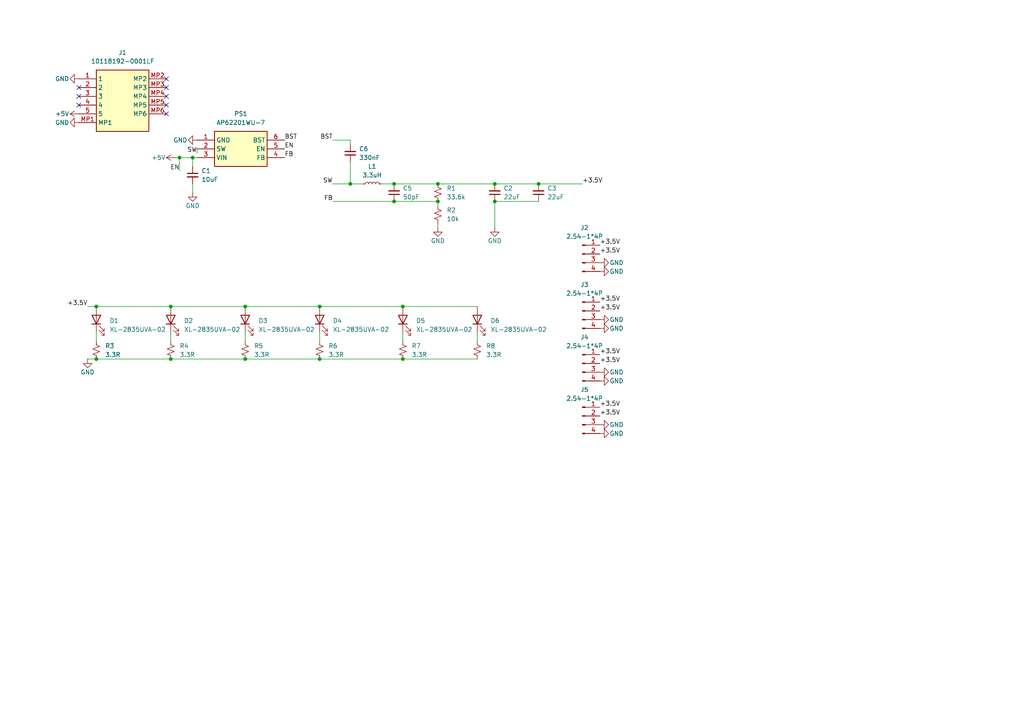
<source format=kicad_sch>
(kicad_sch (version 20231120) (generator "eeschema") (generator_version "8.0")
  (paper "A4")
  (title_block (title "uvcurelight Mainboard") (rev "0"))
  (lib_symbols
    (symbol "Connector:Conn_01x04_Pin" (pin_names (offset 1.016) hide)
      (property "Reference" "J" (at 0 5.08 0))
      (property "Value" "Conn_01x04_Pin" (at 0 -7.62 0))
      (symbol "Conn_01x04_Pin_1_1"
        (polyline (pts (xy 1.27 -5.08) (xy 0.8636 -5.08)) (stroke (width 0.1524)))
        (polyline (pts (xy 1.27 -2.54) (xy 0.8636 -2.54)) (stroke (width 0.1524)))
        (polyline (pts (xy 1.27 0) (xy 0.8636 0)) (stroke (width 0.1524)))
        (polyline (pts (xy 1.27 2.54) (xy 0.8636 2.54)) (stroke (width 0.1524)))
        (rectangle (start 0.8636 -4.953) (end 0 -5.207) (stroke (width 0.1524)) (fill (type outline)))
        (rectangle (start 0.8636 -2.413) (end 0 -2.667) (stroke (width 0.1524)) (fill (type outline)))
        (rectangle (start 0.8636 0.127) (end 0 -0.127) (stroke (width 0.1524)) (fill (type outline)))
        (rectangle (start 0.8636 2.667) (end 0 2.413) (stroke (width 0.1524)) (fill (type outline)))
        (pin passive line (at 5.08 2.54 180) (length 3.81) (name "Pin_1") (number "1"))
        (pin passive line (at 5.08 0 180) (length 3.81) (name "Pin_2") (number "2"))
        (pin passive line (at 5.08 -2.54 180) (length 3.81) (name "Pin_3") (number "3"))
        (pin passive line (at 5.08 -5.08 180) (length 3.81) (name "Pin_4") (number "4"))
      )
    )
    (symbol "Device:C_Small" (pin_numbers hide) (pin_names (offset 0.254) hide)
      (property "Reference" "C" (at 0.254 1.778 0))
      (property "Value" "C_Small" (at 0.254 -2.032 0))
      (symbol "C_Small_0_1"
        (polyline (pts (xy -1.524 -0.508) (xy 1.524 -0.508)) (stroke (width 0.3302)))
        (polyline (pts (xy -1.524 0.508) (xy 1.524 0.508)) (stroke (width 0.3048)))
      )
      (symbol "C_Small_1_1"
        (pin passive line (at 0 2.54 270) (length 2.032) (name "~") (number "1"))
        (pin passive line (at 0 -2.54 90) (length 2.032) (name "~") (number "2"))
      )
    )
    (symbol "Device:LED" (pin_numbers hide) (pin_names (offset 1.016) hide)
      (property "Reference" "D" (at 0 2.54 0))
      (property "Value" "LED" (at 0 -2.54 0))
      (symbol "LED_0_1"
        (polyline (pts (xy -1.27 -1.27) (xy -1.27 1.27)) (stroke (width 0.254)))
        (polyline (pts (xy -1.27 0) (xy 1.27 0)))
        (polyline (pts (xy 1.27 -1.27) (xy 1.27 1.27) (xy -1.27 0) (xy 1.27 -1.27)) (stroke (width 0.254)))
        (polyline (pts (xy -3.048 -0.762) (xy -4.572 -2.286) (xy -3.81 -2.286) (xy -4.572 -2.286) (xy -4.572 -1.524)))
        (polyline (pts (xy -1.778 -0.762) (xy -3.302 -2.286) (xy -2.54 -2.286) (xy -3.302 -2.286) (xy -3.302 -1.524)))
      )
      (symbol "LED_1_1"
        (pin passive line (at -3.81 0 0) (length 2.54) (name "K") (number "1"))
        (pin passive line (at 3.81 0 180) (length 2.54) (name "A") (number "2"))
      )
    )
    (symbol "Device:L_Small" (pin_numbers hide) (pin_names (offset 0.254) hide)
      (property "Reference" "L" (at 0.762 1.016 0))
      (property "Value" "L_Small" (at 0.762 -1.016 0))
      (symbol "L_Small_0_1"
        (arc (start 0 -2.032) (mid 0.5058 -1.524) (end 0 -1.016))
        (arc (start 0 -1.016) (mid 0.5058 -0.508) (end 0 0))
        (arc (start 0 0) (mid 0.5058 0.508) (end 0 1.016))
        (arc (start 0 1.016) (mid 0.5058 1.524) (end 0 2.032))
      )
      (symbol "L_Small_1_1"
        (pin passive line (at 0 2.54 270) (length 0.508) (name "~") (number "1"))
        (pin passive line (at 0 -2.54 90) (length 0.508) (name "~") (number "2"))
      )
    )
    (symbol "Device:R_Small_US" (pin_numbers hide) (pin_names (offset 0.254) hide)
      (property "Reference" "R" (at 0.762 0.508 0))
      (property "Value" "R_Small_US" (at 0.762 -1.016 0))
      (symbol "R_Small_US_1_1"
        (polyline (pts (xy 0 0) (xy 1.016 -0.381) (xy 0 -0.762) (xy -1.016 -1.143) (xy 0 -1.524)))
        (polyline (pts (xy 0 1.524) (xy 1.016 1.143) (xy 0 0.762) (xy -1.016 0.381) (xy 0 0)))
        (pin passive line (at 0 2.54 270) (length 1.016) (name "~") (number "1"))
        (pin passive line (at 0 -2.54 90) (length 1.016) (name "~") (number "2"))
      )
    )
    (symbol "lib:10118192-0001LF"
      (property "Reference" "J" (at 12.954 7.366 0))
      (property "Value" "10118192-0001LF" (at 12.954 4.826 0))
      (symbol "10118192-0001LF_1_1"
        (rectangle (start 5.08 2.54) (end 20.32 -15.24) (stroke (width 0.254)) (fill (type background)))
        (pin passive line (at 0 0 0) (length 5.08) (name "1") (number "1"))
        (pin passive line (at 0 -2.54 0) (length 5.08) (name "2") (number "2"))
        (pin passive line (at 0 -5.08 0) (length 5.08) (name "3") (number "3"))
        (pin passive line (at 0 -7.62 0) (length 5.08) (name "4") (number "4"))
        (pin passive line (at 0 -10.16 0) (length 5.08) (name "5") (number "5"))
        (pin passive line (at 0 -12.7 0) (length 5.08) (name "MP1") (number "MP1"))
        (pin passive line (at 25.4 0 180) (length 5.08) (name "MP2") (number "MP2"))
        (pin passive line (at 25.4 -2.54 180) (length 5.08) (name "MP3") (number "MP3"))
        (pin passive line (at 25.4 -5.08 180) (length 5.08) (name "MP4") (number "MP4"))
        (pin passive line (at 25.4 -7.62 180) (length 5.08) (name "MP5") (number "MP5"))
        (pin passive line (at 25.4 -10.16 180) (length 5.08) (name "MP6") (number "MP6"))
      )
    )
    (symbol "lib:AP62201WU-7"
      (property "Reference" "PS" (at 12.7 6.858 0))
      (property "Value" "AP62201WU-7" (at 12.954 4.572 0))
      (symbol "AP62201WU-7_1_1"
        (rectangle (start 5.08 2.54) (end 20.32 -7.62) (stroke (width 0.254)) (fill (type background)))
        (pin passive line (at 0 0 0) (length 5.08) (name "GND") (number "1"))
        (pin passive line (at 0 -2.54 0) (length 5.08) (name "SW") (number "2"))
        (pin passive line (at 0 -5.08 0) (length 5.08) (name "VIN") (number "3"))
        (pin passive line (at 25.4 -5.08 180) (length 5.08) (name "FB") (number "4"))
        (pin passive line (at 25.4 -2.54 180) (length 5.08) (name "EN") (number "5"))
        (pin passive line (at 25.4 0 180) (length 5.08) (name "BST") (number "6"))
      )
    )
    (symbol "power:+5V" (power) (pin_numbers hide) (pin_names (offset 0) hide)
      (property "Value" "+5V" (at 0 3.556 0))
      (symbol "+5V_0_1"
        (polyline (pts (xy -0.762 1.27) (xy 0 2.54)))
        (polyline (pts (xy 0 0) (xy 0 2.54)))
        (polyline (pts (xy 0 2.54) (xy 0.762 1.27)))
      )
      (symbol "+5V_1_1"
        (pin power_in line (at 0 0 90) (length 0) (name "~") (number "1"))
      )
    )
    (symbol "power:GND" (power) (pin_numbers hide) (pin_names (offset 0) hide)
      (property "Value" "GND" (at 0 -3.81 0))
      (symbol "GND_0_1"
        (polyline (pts (xy 0 0) (xy 0 -1.27) (xy 1.27 -1.27) (xy 0 -2.54) (xy -1.27 -1.27) (xy 0 -1.27)))
      )
      (symbol "GND_1_1"
        (pin power_in line (at 0 0 270) (length 0) (name "~") (number "1"))
      )
    )
  )
  (junction (at 114.3 58.42))
  (junction (at 127 58.42))
  (junction (at 71.12 104.14))
  (junction (at 27.94 104.14))
  (junction (at 49.53 88.9))
  (junction (at 92.71 88.9))
  (junction (at 143.51 53.34))
  (junction (at 92.71 104.14))
  (junction (at 156.21 53.34))
  (junction (at 27.94 88.9))
  (junction (at 114.3 53.34))
  (junction (at 52.07 45.72))
  (junction (at 116.84 88.9))
  (junction (at 71.12 88.9))
  (junction (at 116.84 104.14))
  (junction (at 127 53.34))
  (junction (at 55.88 45.72))
  (junction (at 101.6 53.34))
  (junction (at 143.51 58.42))
  (junction (at 49.53 104.14))
  (no_connect (at 48.26 25.4))
  (no_connect (at 22.86 25.4))
  (no_connect (at 48.26 22.86))
  (no_connect (at 48.26 27.94))
  (no_connect (at 48.26 30.48))
  (no_connect (at 48.26 33.02))
  (no_connect (at 22.86 27.94))
  (no_connect (at 22.86 30.48))
  (wire (pts (xy 71.12 88.9) (xy 92.71 88.9)))
  (wire (pts (xy 116.84 96.52) (xy 116.84 99.06)))
  (wire (pts (xy 143.51 66.04) (xy 143.51 58.42)))
  (wire (pts (xy 92.71 104.14) (xy 116.84 104.14)))
  (wire (pts (xy 52.07 45.72) (xy 52.07 49.53)))
  (wire (pts (xy 49.53 88.9) (xy 71.12 88.9)))
  (wire (pts (xy 143.51 53.34) (xy 156.21 53.34)))
  (wire (pts (xy 114.3 53.34) (xy 127 53.34)))
  (wire (pts (xy 127 66.04) (xy 127 64.77)))
  (wire (pts (xy 127 53.34) (xy 143.51 53.34)))
  (wire (pts (xy 96.52 53.34) (xy 101.6 53.34)))
  (wire (pts (xy 55.88 53.34) (xy 55.88 55.88)))
  (wire (pts (xy 96.52 40.64) (xy 101.6 40.64)))
  (wire (pts (xy 27.94 104.14) (xy 49.53 104.14)))
  (wire (pts (xy 116.84 104.14) (xy 138.43 104.14)))
  (wire (pts (xy 52.07 45.72) (xy 55.88 45.72)))
  (wire (pts (xy 92.71 96.52) (xy 92.71 99.06)))
  (wire (pts (xy 110.49 53.34) (xy 114.3 53.34)))
  (wire (pts (xy 49.53 104.14) (xy 71.12 104.14)))
  (wire (pts (xy 143.51 58.42) (xy 156.21 58.42)))
  (wire (pts (xy 114.3 58.42) (xy 127 58.42)))
  (wire (pts (xy 138.43 96.52) (xy 138.43 99.06)))
  (wire (pts (xy 25.4 104.14) (xy 27.94 104.14)))
  (wire (pts (xy 96.52 58.42) (xy 114.3 58.42)))
  (wire (pts (xy 156.21 53.34) (xy 168.91 53.34)))
  (wire (pts (xy 27.94 96.52) (xy 27.94 99.06)))
  (wire (pts (xy 49.53 96.52) (xy 49.53 99.06)))
  (wire (pts (xy 25.4 88.9) (xy 27.94 88.9)))
  (wire (pts (xy 55.88 45.72) (xy 55.88 48.26)))
  (wire (pts (xy 55.88 45.72) (xy 57.15 45.72)))
  (wire (pts (xy 57.15 44.45) (xy 57.15 43.18)))
  (wire (pts (xy 127 58.42) (xy 127 59.69)))
  (wire (pts (xy 101.6 53.34) (xy 105.41 53.34)))
  (wire (pts (xy 71.12 104.14) (xy 92.71 104.14)))
  (wire (pts (xy 71.12 96.52) (xy 71.12 99.06)))
  (wire (pts (xy 116.84 88.9) (xy 138.43 88.9)))
  (wire (pts (xy 50.8 45.72) (xy 52.07 45.72)))
  (wire (pts (xy 101.6 46.99) (xy 101.6 53.34)))
  (wire (pts (xy 27.94 88.9) (xy 49.53 88.9)))
  (wire (pts (xy 92.71 88.9) (xy 116.84 88.9)))
  (wire (pts (xy 101.6 40.64) (xy 101.6 41.91)))
  (label "+3.5V" (at 25.4 88.9 180))
  (label "EN" (at 52.07 49.53 180))
  (label "+3.5V" (at 173.99 105.41 0))
  (label "+3.5V" (at 173.99 90.17 0))
  (label "+3.5V" (at 173.99 102.87 0))
  (label "+3.5V" (at 168.91 53.34 0))
  (label "FB" (at 96.52 58.42 180))
  (label "BST" (at 82.55 40.64 0))
  (label "+3.5V" (at 173.99 118.11 0))
  (label "EN" (at 82.55 43.18 0))
  (label "+3.5V" (at 173.99 71.12 0))
  (label "FB" (at 82.55 45.72 0))
  (label "SW" (at 96.52 53.34 180))
  (label "+3.5V" (at 173.99 120.65 0))
  (label "SW" (at 57.15 44.45 180))
  (label "+3.5V" (at 173.99 73.66 0))
  (label "BST" (at 96.52 40.64 180))
  (label "+3.5V" (at 173.99 87.63 0))
  (symbol (lib_id "power:GND") (at 173.99 92.71 90) (unit 1)
    (property "Reference" "#PWR02" (effects (hide yes)))
    (property "Value" "GND" (at 176.784 92.71 90) (effects (justify right)))
    (property "Description" "Power symbol creates a global label with name \"GND\" , ground" (effects (hide yes)))
  )
  (symbol (lib_id "power:GND") (at 57.15 40.64 270) (unit 1)
    (property "Reference" "#PWR01" (effects (hide yes)))
    (property "Value" "GND" (at 54.356 40.64 90) (effects (justify right)))
    (property "Description" "Power symbol creates a global label with name \"GND\" , ground" (effects (hide yes)))
  )
  (symbol (lib_id "power:+5V") (at 50.8 45.72 90) (unit 1)
    (property "Reference" "#PWR04" (effects (hide yes)))
    (property "Value" "+5V" (at 48.006 45.72 90) (effects (justify left)))
    (property "Description" "Power symbol creates a global label with name \"+5V\"" (effects (hide yes)))
  )
  (symbol (lib_id "power:GND") (at 143.51 66.04 0) (unit 1)
    (property "Reference" "#PWR07" (effects (hide yes)))
    (property "Value" "GND" (at 145.542 69.85 0) (effects (justify right)))
    (property "Description" "Power symbol creates a global label with name \"GND\" , ground" (effects (hide yes)))
  )
  (symbol (lib_id "Device:R_Small_US") (at 116.84 101.6 0) (unit 1)
    (property "Reference" "R7" (at 119.38 100.3299 0) (effects (justify left)))
    (property "Value" "3.3R" (at 119.38 102.8699 0) (effects (justify left)))
    (property "Footprint" "Resistor_SMD:R_0603_1608Metric" (effects (hide yes)))
    (property "Description" "Resistor, small US symbol" (effects (hide yes)))
  )
  (symbol (lib_id "lib:AP62201WU-7") (at 57.15 40.64 0) (unit 1)
    (property "Reference" "PS1" (at 69.85 33.02 0))
    (property "Value" "AP62201WU-7" (at 69.85 35.56 0))
    (property "Footprint" "lib:SOT95P280X100-6N" (effects (hide yes)))
    (property "Datasheet" "https://www.diodes.com//assets/Datasheets/AP62200_AP62201_AP62200T.pdf" (effects (hide yes)))
    (property "Description" "Switching Voltage Regulators DCDC Conv HV Buck TSOT26(STD) T&R 3K" (effects (hide yes)))
    (property "Height" "1" (effects (hide yes)))
    (property "Mouser Part Number" "621-AP62201WU-7" (effects (hide yes)))
    (property "Mouser Price/Stock" "https://www.mouser.co.uk/ProductDetail/Diodes-Incorporated/AP62201WU-7?qs=yqaQSyyJnNgmmr1hWGUqfg%3D%3D" (effects (hide yes)))
    (property "Manufacturer_Name" "Diodes Incorporated" (effects (hide yes)))
    (property "Manufacturer_Part_Number" "AP62201WU-7" (effects (hide yes)))
  )
  (symbol (lib_id "power:GND") (at 22.86 22.86 270) (unit 1)
    (property "Reference" "#PWR010" (effects (hide yes)))
    (property "Value" "GND" (at 20.066 22.86 90) (effects (justify right)))
    (property "Description" "Power symbol creates a global label with name \"GND\" , ground" (effects (hide yes)))
  )
  (symbol (lib_id "Device:LED") (at 92.71 92.71 90) (unit 1)
    (property "Reference" "D4" (at 96.52 93.0274 90) (effects (justify right)))
    (property "Value" "XL-2835UVA-02" (at 96.52 95.5674 90) (effects (justify right)))
    (property "Footprint" "LED_SMD:LED_PLCC_2835" (effects (hide yes)))
    (property "Description" "Light emitting diode" (effects (hide yes)))
  )
  (symbol (lib_id "Device:C_Small") (at 55.88 50.8 0) (unit 1)
    (property "Reference" "C1" (at 58.42 49.5362 0) (effects (justify left)))
    (property "Value" "10uF" (at 58.42 52.0762 0) (effects (justify left)))
    (property "Footprint" "Capacitor_SMD:C_0805_2012Metric" (effects (hide yes)))
    (property "Description" "Unpolarized capacitor, small symbol" (effects (hide yes)))
  )
  (symbol (lib_id "power:GND") (at 127 66.04 0) (unit 1)
    (property "Reference" "#PWR06" (effects (hide yes)))
    (property "Value" "GND" (at 129.032 69.85 0) (effects (justify right)))
    (property "Description" "Power symbol creates a global label with name \"GND\" , ground" (effects (hide yes)))
  )
  (symbol (lib_id "power:GND") (at 173.99 123.19 90) (unit 1)
    (property "Reference" "#PWR015" (effects (hide yes)))
    (property "Value" "GND" (at 176.784 123.19 90) (effects (justify right)))
    (property "Description" "Power symbol creates a global label with name \"GND\" , ground" (effects (hide yes)))
  )
  (symbol (lib_id "lib:10118192-0001LF") (at 22.86 22.86 0) (unit 1)
    (property "Reference" "J1" (at 35.56 15.24 0))
    (property "Value" "10118192-0001LF" (at 35.56 17.78 0))
    (property "Footprint" "101181920001LF" (effects (hide yes)))
    (property "Datasheet" "https://cdn.amphenol-cs.com/media/wysiwyg/files/drawing/10118192.pdf" (effects (hide yes)))
    (property "Description" "Micro USB, Input Output Connectors, B TYPE RECEPTACLE with flange" (effects (hide yes)))
    (property "Height" "3.05" (effects (hide yes)))
    (property "Manufacturer_Name" "Amphenol Communications Solutions" (effects (hide yes)))
    (property "Manufacturer_Part_Number" "10118192-0001LF" (effects (hide yes)))
  )
  (symbol (lib_id "Connector:Conn_01x04_Pin") (at 168.91 90.17 0) (unit 1)
    (property "Reference" "J3" (at 169.545 82.55 0))
    (property "Value" "2.54-1*4P" (at 169.545 85.09 0))
    (property "Footprint" "Connector_PinHeader_2.54mm:PinHeader_1x04_P2.54mm_Vertical" (effects (hide yes)))
    (property "Description" "Generic connector, single row, 01x04, script generated" (effects (hide yes)))
  )
  (symbol (lib_id "Device:LED") (at 71.12 92.71 90) (unit 1)
    (property "Reference" "D3" (at 74.93 93.0274 90) (effects (justify right)))
    (property "Value" "XL-2835UVA-02" (at 74.93 95.5674 90) (effects (justify right)))
    (property "Footprint" "LED_SMD:LED_PLCC_2835" (effects (hide yes)))
    (property "Description" "Light emitting diode" (effects (hide yes)))
  )
  (symbol (lib_id "Connector:Conn_01x04_Pin") (at 168.91 105.41 0) (unit 1)
    (property "Reference" "J4" (at 169.545 97.79 0))
    (property "Value" "2.54-1*4P" (at 169.545 100.33 0))
    (property "Footprint" "Connector_PinHeader_2.54mm:PinHeader_1x04_P2.54mm_Vertical" (effects (hide yes)))
    (property "Description" "Generic connector, single row, 01x04, script generated" (effects (hide yes)))
  )
  (symbol (lib_id "Connector:Conn_01x04_Pin") (at 168.91 120.65 0) (unit 1)
    (property "Reference" "J5" (at 169.545 113.03 0))
    (property "Value" "2.54-1*4P" (at 169.545 115.57 0))
    (property "Footprint" "Connector_PinHeader_2.54mm:PinHeader_1x04_P2.54mm_Vertical" (effects (hide yes)))
    (property "Description" "Generic connector, single row, 01x04, script generated" (effects (hide yes)))
  )
  (symbol (lib_id "power:GND") (at 173.99 76.2 90) (unit 1)
    (property "Reference" "#PWR08" (effects (hide yes)))
    (property "Value" "GND" (at 176.784 76.2 90) (effects (justify right)))
    (property "Description" "Power symbol creates a global label with name \"GND\" , ground" (effects (hide yes)))
  )
  (symbol (lib_id "Connector:Conn_01x04_Pin") (at 168.91 73.66 0) (unit 1)
    (property "Reference" "J2" (at 169.545 66.04 0))
    (property "Value" "2.54-1*4P" (at 169.545 68.58 0))
    (property "Footprint" "Connector_PinHeader_2.54mm:PinHeader_1x04_P2.54mm_Vertical" (effects (hide yes)))
    (property "Description" "Generic connector, single row, 01x04, script generated" (effects (hide yes)))
  )
  (symbol (lib_id "Device:LED") (at 138.43 92.71 90) (unit 1)
    (property "Reference" "D6" (at 142.24 93.0274 90) (effects (justify right)))
    (property "Value" "XL-2835UVA-02" (at 142.24 95.5674 90) (effects (justify right)))
    (property "Footprint" "LED_SMD:LED_PLCC_2835" (effects (hide yes)))
    (property "Description" "Light emitting diode" (effects (hide yes)))
  )
  (symbol (lib_id "Device:LED") (at 27.94 92.71 90) (unit 1)
    (property "Reference" "D1" (at 31.75 93.0274 90) (effects (justify right)))
    (property "Value" "XL-2835UVA-02" (at 31.75 95.5674 90) (effects (justify right)))
    (property "Footprint" "LED_SMD:LED_PLCC_2835" (effects (hide yes)))
    (property "Description" "Light emitting diode" (effects (hide yes)))
  )
  (symbol (lib_id "power:GND") (at 173.99 107.95 90) (unit 1)
    (property "Reference" "#PWR013" (effects (hide yes)))
    (property "Value" "GND" (at 176.784 107.95 90) (effects (justify right)))
    (property "Description" "Power symbol creates a global label with name \"GND\" , ground" (effects (hide yes)))
  )
  (symbol (lib_id "Device:L_Small") (at 107.95 53.34 90) (unit 1)
    (property "Reference" "L1" (at 107.95 48.26 90))
    (property "Value" "3.3uH" (at 107.95 50.8 90))
    (property "Footprint" "Inductor_SMD:L_Sunlord_SWPA4030S" (effects (hide yes)))
    (property "Description" "Inductor, small symbol" (effects (hide yes)))
  )
  (symbol (lib_id "Device:R_Small_US") (at 138.43 101.6 0) (unit 1)
    (property "Reference" "R8" (at 140.97 100.3299 0) (effects (justify left)))
    (property "Value" "3.3R" (at 140.97 102.8699 0) (effects (justify left)))
    (property "Footprint" "Resistor_SMD:R_0603_1608Metric" (effects (hide yes)))
    (property "Description" "Resistor, small US symbol" (effects (hide yes)))
  )
  (symbol (lib_id "power:GND") (at 25.4 104.14 0) (unit 1)
    (property "Reference" "#PWR017" (effects (hide yes)))
    (property "Value" "GND" (at 27.432 107.95 0) (effects (justify right)))
    (property "Description" "Power symbol creates a global label with name \"GND\" , ground" (effects (hide yes)))
  )
  (symbol (lib_id "Device:R_Small_US") (at 127 62.23 0) (unit 1)
    (property "Reference" "R2" (at 129.54 60.9599 0) (effects (justify left)))
    (property "Value" "10k" (at 129.54 63.4999 0) (effects (justify left)))
    (property "Footprint" "Resistor_SMD:R_0603_1608Metric" (effects (hide yes)))
    (property "Description" "Resistor, small US symbol" (effects (hide yes)))
  )
  (symbol (lib_id "Device:R_Small_US") (at 92.71 101.6 0) (unit 1)
    (property "Reference" "R6" (at 95.25 100.3299 0) (effects (justify left)))
    (property "Value" "3.3R" (at 95.25 102.8699 0) (effects (justify left)))
    (property "Footprint" "Resistor_SMD:R_0603_1608Metric" (effects (hide yes)))
    (property "Description" "Resistor, small US symbol" (effects (hide yes)))
  )
  (symbol (lib_id "power:GND") (at 22.86 35.56 270) (unit 1)
    (property "Reference" "#PWR012" (effects (hide yes)))
    (property "Value" "GND" (at 20.066 35.56 90) (effects (justify right)))
    (property "Description" "Power symbol creates a global label with name \"GND\" , ground" (effects (hide yes)))
  )
  (symbol (lib_id "Device:C_Small") (at 156.21 55.88 180) (unit 1)
    (property "Reference" "C3" (at 158.75 54.6035 0) (effects (justify right)))
    (property "Value" "22uF" (at 158.75 57.1435 0) (effects (justify right)))
    (property "Footprint" "Capacitor_SMD:C_0603_1608Metric" (effects (hide yes)))
    (property "Description" "Unpolarized capacitor, small symbol" (effects (hide yes)))
  )
  (symbol (lib_id "Device:R_Small_US") (at 49.53 101.6 0) (unit 1)
    (property "Reference" "R4" (at 52.07 100.3299 0) (effects (justify left)))
    (property "Value" "3.3R" (at 52.07 102.8699 0) (effects (justify left)))
    (property "Footprint" "Resistor_SMD:R_0603_1608Metric" (effects (hide yes)))
    (property "Description" "Resistor, small US symbol" (effects (hide yes)))
  )
  (symbol (lib_id "power:GND") (at 55.88 55.88 0) (unit 1)
    (property "Reference" "#PWR05" (effects (hide yes)))
    (property "Value" "GND" (at 57.912 59.69 0) (effects (justify right)))
    (property "Description" "Power symbol creates a global label with name \"GND\" , ground" (effects (hide yes)))
  )
  (symbol (lib_id "power:GND") (at 173.99 110.49 90) (unit 1)
    (property "Reference" "#PWR014" (effects (hide yes)))
    (property "Value" "GND" (at 176.784 110.49 90) (effects (justify right)))
    (property "Description" "Power symbol creates a global label with name \"GND\" , ground" (effects (hide yes)))
  )
  (symbol (lib_id "power:GND") (at 173.99 78.74 90) (unit 1)
    (property "Reference" "#PWR09" (effects (hide yes)))
    (property "Value" "GND" (at 176.784 78.74 90) (effects (justify right)))
    (property "Description" "Power symbol creates a global label with name \"GND\" , ground" (effects (hide yes)))
  )
  (symbol (lib_id "Device:LED") (at 49.53 92.71 90) (unit 1)
    (property "Reference" "D2" (at 53.34 93.0274 90) (effects (justify right)))
    (property "Value" "XL-2835UVA-02" (at 53.34 95.5674 90) (effects (justify right)))
    (property "Footprint" "LED_SMD:LED_PLCC_2835" (effects (hide yes)))
    (property "Description" "Light emitting diode" (effects (hide yes)))
  )
  (symbol (lib_id "power:GND") (at 173.99 95.25 90) (unit 1)
    (property "Reference" "#PWR03" (effects (hide yes)))
    (property "Value" "GND" (at 176.784 95.25 90) (effects (justify right)))
    (property "Description" "Power symbol creates a global label with name \"GND\" , ground" (effects (hide yes)))
  )
  (symbol (lib_id "power:+5V") (at 22.86 33.02 90) (unit 1)
    (property "Reference" "#PWR011" (effects (hide yes)))
    (property "Value" "+5V" (at 20.066 33.02 90) (effects (justify left)))
    (property "Description" "Power symbol creates a global label with name \"+5V\"" (effects (hide yes)))
  )
  (symbol (lib_id "Device:R_Small_US") (at 27.94 101.6 0) (unit 1)
    (property "Reference" "R3" (at 30.48 100.3299 0) (effects (justify left)))
    (property "Value" "3.3R" (at 30.48 102.8699 0) (effects (justify left)))
    (property "Footprint" "Resistor_SMD:R_0603_1608Metric" (effects (hide yes)))
    (property "Description" "Resistor, small US symbol" (effects (hide yes)))
  )
  (symbol (lib_id "Device:R_Small_US") (at 127 55.88 0) (unit 1)
    (property "Reference" "R1" (at 129.54 54.6099 0) (effects (justify left)))
    (property "Value" "33.6k" (at 129.54 57.1499 0) (effects (justify left)))
    (property "Footprint" "Resistor_SMD:R_0805_2012Metric" (effects (hide yes)))
    (property "Description" "Resistor, small US symbol" (effects (hide yes)))
  )
  (symbol (lib_id "power:GND") (at 173.99 125.73 90) (unit 1)
    (property "Reference" "#PWR016" (effects (hide yes)))
    (property "Value" "GND" (at 176.784 125.73 90) (effects (justify right)))
    (property "Description" "Power symbol creates a global label with name \"GND\" , ground" (effects (hide yes)))
  )
  (symbol (lib_id "Device:LED") (at 116.84 92.71 90) (unit 1)
    (property "Reference" "D5" (at 120.65 93.0274 90) (effects (justify right)))
    (property "Value" "XL-2835UVA-02" (at 120.65 95.5674 90) (effects (justify right)))
    (property "Footprint" "LED_SMD:LED_PLCC_2835" (effects (hide yes)))
    (property "Description" "Light emitting diode" (effects (hide yes)))
  )
  (symbol (lib_id "Device:C_Small") (at 101.6 44.45 180) (unit 1)
    (property "Reference" "C6" (at 104.14 43.1735 0) (effects (justify right)))
    (property "Value" "330nF" (at 104.14 45.7135 0) (effects (justify right)))
    (property "Footprint" "Capacitor_SMD:C_0603_1608Metric" (effects (hide yes)))
    (property "Description" "Unpolarized capacitor, small symbol" (effects (hide yes)))
  )
  (symbol (lib_id "Device:R_Small_US") (at 71.12 101.6 0) (unit 1)
    (property "Reference" "R5" (at 73.66 100.3299 0) (effects (justify left)))
    (property "Value" "3.3R" (at 73.66 102.8699 0) (effects (justify left)))
    (property "Footprint" "Resistor_SMD:R_0603_1608Metric" (effects (hide yes)))
    (property "Description" "Resistor, small US symbol" (effects (hide yes)))
  )
  (symbol (lib_id "Device:C_Small") (at 143.51 55.88 180) (unit 1)
    (property "Reference" "C2" (at 146.05 54.6035 0) (effects (justify right)))
    (property "Value" "22uF" (at 146.05 57.1435 0) (effects (justify right)))
    (property "Footprint" "Capacitor_SMD:C_0603_1608Metric" (effects (hide yes)))
    (property "Description" "Unpolarized capacitor, small symbol" (effects (hide yes)))
  )
  (symbol (lib_id "Device:C_Small") (at 114.3 55.88 180) (unit 1)
    (property "Reference" "C5" (at 116.84 54.6035 0) (effects (justify right)))
    (property "Value" "50pF" (at 116.84 57.1435 0) (effects (justify right)))
    (property "Footprint" "Capacitor_SMD:C_0603_1608Metric" (effects (hide yes)))
    (property "Description" "Unpolarized capacitor, small symbol" (effects (hide yes)))
  )
)
</source>
